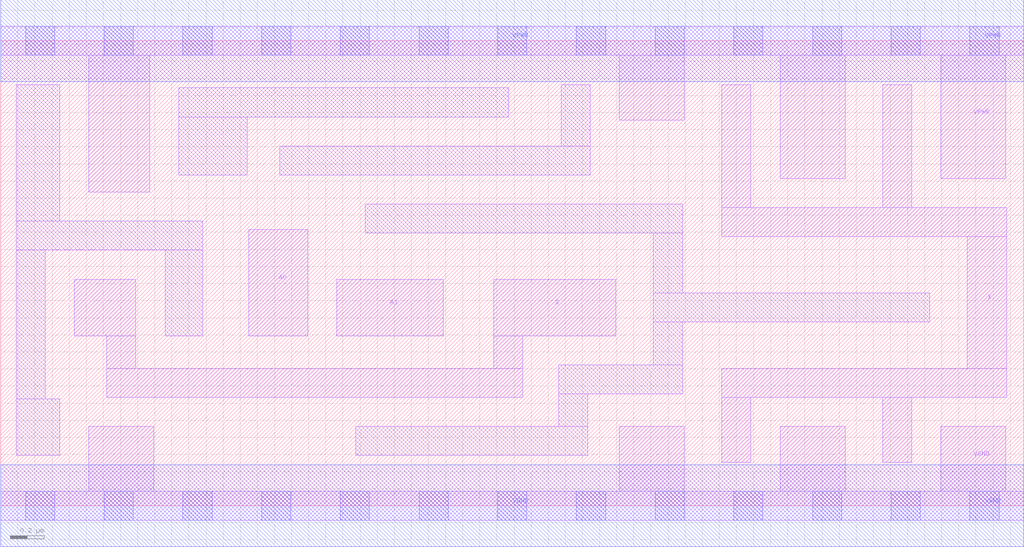
<source format=lef>
# Copyright 2020 The SkyWater PDK Authors
#
# Licensed under the Apache License, Version 2.0 (the "License");
# you may not use this file except in compliance with the License.
# You may obtain a copy of the License at
#
#     https://www.apache.org/licenses/LICENSE-2.0
#
# Unless required by applicable law or agreed to in writing, software
# distributed under the License is distributed on an "AS IS" BASIS,
# WITHOUT WARRANTIES OR CONDITIONS OF ANY KIND, either express or implied.
# See the License for the specific language governing permissions and
# limitations under the License.
#
# SPDX-License-Identifier: Apache-2.0

VERSION 5.7 ;
  NAMESCASESENSITIVE ON ;
  NOWIREEXTENSIONATPIN ON ;
  DIVIDERCHAR "/" ;
  BUSBITCHARS "[]" ;
UNITS
  DATABASE MICRONS 200 ;
END UNITS
PROPERTYDEFINITIONS
  MACRO maskLayoutSubType STRING ;
  MACRO prCellType STRING ;
  MACRO originalViewName STRING ;
END PROPERTYDEFINITIONS
MACRO sky130_fd_sc_hdll__mux2_4
  CLASS CORE ;
  FOREIGN sky130_fd_sc_hdll__mux2_4 ;
  ORIGIN  0.000000  0.000000 ;
  SIZE  5.980000 BY  2.720000 ;
  SYMMETRY X Y R90 ;
  SITE unithd ;
  PIN A0
    ANTENNAGATEAREA  0.277500 ;
    DIRECTION INPUT ;
    USE SIGNAL ;
    PORT
      LAYER li1 ;
        RECT 1.450000 0.995000 1.795000 1.615000 ;
    END
  END A0
  PIN A1
    ANTENNAGATEAREA  0.277500 ;
    DIRECTION INPUT ;
    USE SIGNAL ;
    PORT
      LAYER li1 ;
        RECT 1.965000 0.995000 2.585000 1.325000 ;
    END
  END A1
  PIN S
    ANTENNAGATEAREA  0.555000 ;
    DIRECTION INPUT ;
    USE SIGNAL ;
    PORT
      LAYER li1 ;
        RECT 0.430000 0.995000 0.790000 1.325000 ;
        RECT 0.620000 0.635000 3.050000 0.805000 ;
        RECT 0.620000 0.805000 0.790000 0.995000 ;
        RECT 2.880000 0.805000 3.050000 0.995000 ;
        RECT 2.880000 0.995000 3.595000 1.325000 ;
    END
  END S
  PIN X
    ANTENNADIFFAREA  0.996000 ;
    DIRECTION OUTPUT ;
    USE SIGNAL ;
    PORT
      LAYER li1 ;
        RECT 4.215000 0.255000 4.385000 0.635000 ;
        RECT 4.215000 0.635000 5.880000 0.805000 ;
        RECT 4.215000 1.575000 5.880000 1.745000 ;
        RECT 4.215000 1.745000 4.385000 2.465000 ;
        RECT 5.155000 0.255000 5.325000 0.635000 ;
        RECT 5.155000 1.745000 5.325000 2.465000 ;
        RECT 5.650000 0.805000 5.880000 1.575000 ;
    END
  END X
  PIN VGND
    DIRECTION INOUT ;
    USE GROUND ;
    PORT
      LAYER li1 ;
        RECT 0.000000 -0.085000 5.980000 0.085000 ;
        RECT 0.515000  0.085000 0.895000 0.465000 ;
        RECT 3.615000  0.085000 3.995000 0.465000 ;
        RECT 4.555000  0.085000 4.935000 0.465000 ;
        RECT 5.495000  0.085000 5.875000 0.465000 ;
      LAYER mcon ;
        RECT 0.145000 -0.085000 0.315000 0.085000 ;
        RECT 0.605000 -0.085000 0.775000 0.085000 ;
        RECT 1.065000 -0.085000 1.235000 0.085000 ;
        RECT 1.525000 -0.085000 1.695000 0.085000 ;
        RECT 1.985000 -0.085000 2.155000 0.085000 ;
        RECT 2.445000 -0.085000 2.615000 0.085000 ;
        RECT 2.905000 -0.085000 3.075000 0.085000 ;
        RECT 3.365000 -0.085000 3.535000 0.085000 ;
        RECT 3.825000 -0.085000 3.995000 0.085000 ;
        RECT 4.285000 -0.085000 4.455000 0.085000 ;
        RECT 4.745000 -0.085000 4.915000 0.085000 ;
        RECT 5.205000 -0.085000 5.375000 0.085000 ;
        RECT 5.665000 -0.085000 5.835000 0.085000 ;
      LAYER met1 ;
        RECT 0.000000 -0.240000 5.980000 0.240000 ;
    END
  END VGND
  PIN VPWR
    DIRECTION INOUT ;
    USE POWER ;
    PORT
      LAYER li1 ;
        RECT 0.000000 2.635000 5.980000 2.805000 ;
        RECT 0.515000 1.835000 0.870000 2.635000 ;
        RECT 3.615000 2.255000 3.995000 2.635000 ;
        RECT 4.555000 1.915000 4.935000 2.635000 ;
        RECT 5.495000 1.915000 5.875000 2.635000 ;
      LAYER mcon ;
        RECT 0.145000 2.635000 0.315000 2.805000 ;
        RECT 0.605000 2.635000 0.775000 2.805000 ;
        RECT 1.065000 2.635000 1.235000 2.805000 ;
        RECT 1.525000 2.635000 1.695000 2.805000 ;
        RECT 1.985000 2.635000 2.155000 2.805000 ;
        RECT 2.445000 2.635000 2.615000 2.805000 ;
        RECT 2.905000 2.635000 3.075000 2.805000 ;
        RECT 3.365000 2.635000 3.535000 2.805000 ;
        RECT 3.825000 2.635000 3.995000 2.805000 ;
        RECT 4.285000 2.635000 4.455000 2.805000 ;
        RECT 4.745000 2.635000 4.915000 2.805000 ;
        RECT 5.205000 2.635000 5.375000 2.805000 ;
        RECT 5.665000 2.635000 5.835000 2.805000 ;
      LAYER met1 ;
        RECT 0.000000 2.480000 5.980000 2.960000 ;
    END
  END VPWR
  OBS
    LAYER li1 ;
      RECT 0.090000 0.295000 0.345000 0.625000 ;
      RECT 0.090000 0.625000 0.260000 1.495000 ;
      RECT 0.090000 1.495000 1.180000 1.665000 ;
      RECT 0.090000 1.665000 0.345000 2.465000 ;
      RECT 0.960000 0.995000 1.180000 1.495000 ;
      RECT 1.040000 1.935000 1.440000 2.275000 ;
      RECT 1.040000 2.275000 2.970000 2.445000 ;
      RECT 1.630000 1.935000 3.445000 2.105000 ;
      RECT 2.075000 0.295000 3.430000 0.465000 ;
      RECT 2.130000 1.595000 3.985000 1.765000 ;
      RECT 3.260000 0.465000 3.430000 0.655000 ;
      RECT 3.260000 0.655000 3.985000 0.825000 ;
      RECT 3.275000 2.105000 3.445000 2.465000 ;
      RECT 3.815000 0.825000 3.985000 1.075000 ;
      RECT 3.815000 1.075000 5.430000 1.245000 ;
      RECT 3.815000 1.245000 3.985000 1.595000 ;
  END
  PROPERTY maskLayoutSubType "abstract" ;
  PROPERTY prCellType "standard" ;
  PROPERTY originalViewName "layout" ;
END sky130_fd_sc_hdll__mux2_4

</source>
